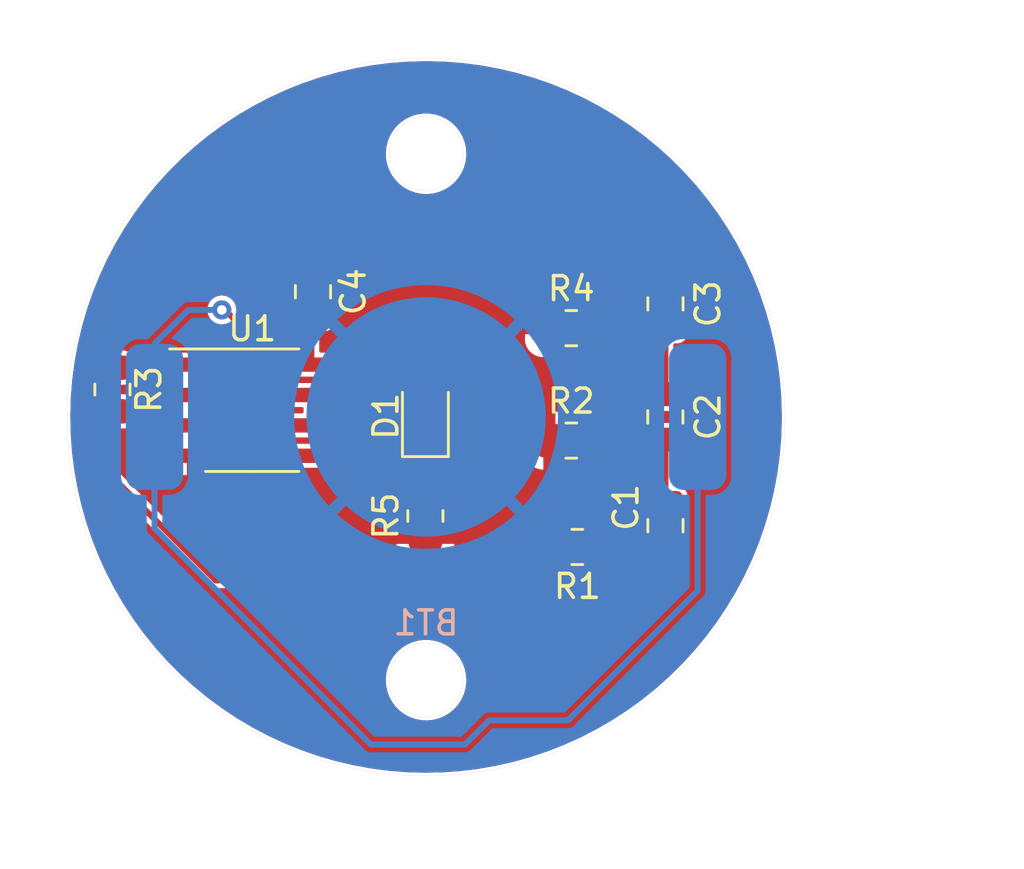
<source format=kicad_pcb>
(kicad_pcb (version 20211014) (generator pcbnew)
  (layers (0 "F.Cu" signal) (31 "B.Cu" signal) (34 "B.Paste" user) (35 "F.Paste" user) (36 "B.SilkS" user "B.Silkscreen") (37 "F.SilkS" user "F.Silkscreen") (38 "B.Mask" user) (39 "F.Mask" user) (44 "Edge.Cuts" user))
  (net 0 "")
  (net 1 "Net-(BT1-Pad1)")
  (net 2 "GND")
  (net 3 "Net-(C1-Pad1)")
  (net 4 "Net-(C1-Pad2)")
  (net 5 "Net-(C2-Pad2)")
  (net 6 "Net-(C3-Pad2)")
  (net 7 "Net-(D1-Pad1)")
  (net 8 "Net-(D1-Pad2)")
  (net 9 "Net-(R1-Pad2)")
  (footprint "Resistor_SMD:R_0805_2012Metric" (layer "F.Cu") (at 36.322 35.433 180)
    (fp_text reference "R1" (at 0 -1.65) (layer "F.SilkS"))
    (fp_text value "100k")
    (fp_line (start -0.227064 0.735) (end 0.227064 0.735) (layer "F.SilkS") (width 0.12))
    (fp_line (start -0.227064 -0.735) (end 0.227064 -0.735) (layer "F.SilkS") (width 0.12))
    (pad "1" smd roundrect (at -0.9125 0 180) (size 1.025 1.4) (layers "F.Cu" "F.Paste" "F.Mask") (roundrect_rratio 0.243902) (net 3 "Net-(C1-Pad1)"))
    (pad "2" smd roundrect (at 0.9125 0 180) (size 1.025 1.4) (layers "F.Cu" "F.Paste" "F.Mask") (roundrect_rratio 0.243902) (net 9 "Net-(R1-Pad2)"))
  )
  (footprint "Package_SO:SOIC-8_3.9x4.9mm_P1.27mm" (layer "F.Cu") (at 22.733 29.718)
    (fp_text reference "U1" (at 0 -3.4) (layer "F.SilkS"))
    (fp_text value "LM358")
    (fp_line (start 0 2.56) (end 1.95 2.56) (layer "F.SilkS") (width 0.12))
    (fp_line (start 0 -2.56) (end -3.45 -2.56) (layer "F.SilkS") (width 0.12))
    (fp_line (start 0 -2.56) (end 1.95 -2.56) (layer "F.SilkS") (width 0.12))
    (fp_line (start 0 2.56) (end -1.95 2.56) (layer "F.SilkS") (width 0.12))
    (pad "1" smd roundrect (at -2.475 -1.905) (size 1.95 0.6) (layers "F.Cu" "F.Paste" "F.Mask") (net 6 "Net-(C3-Pad2)"))
    (pad "2" smd roundrect (at -2.475 -0.635) (size 1.95 0.6) (layers "F.Cu" "F.Paste" "F.Mask") (net 2 "GND"))
    (pad "3" smd roundrect (at -2.475 0.635) (size 1.95 0.6) (layers "F.Cu" "F.Paste" "F.Mask") (net 9 "Net-(R1-Pad2)"))
    (pad "4" smd roundrect (at -2.475 1.905) (size 1.95 0.6) (layers "F.Cu" "F.Paste" "F.Mask") (net 2 "GND"))
    (pad "5" smd roundrect (at 2.475 1.905) (size 1.95 0.6) (layers "F.Cu" "F.Paste" "F.Mask") (net 6 "Net-(C3-Pad2)"))
    (pad "6" smd roundrect (at 2.475 0.635) (size 1.95 0.6) (layers "F.Cu" "F.Paste" "F.Mask") (net 8 "Net-(D1-Pad2)"))
    (pad "7" smd roundrect (at 2.475 -0.635) (size 1.95 0.6) (layers "F.Cu" "F.Paste" "F.Mask") (net 8 "Net-(D1-Pad2)"))
    (pad "8" smd roundrect (at 2.475 -1.905) (size 1.95 0.6) (layers "F.Cu" "F.Paste" "F.Mask") (net 1 "Net-(BT1-Pad1)"))
  )
  (footprint "LED_SMD:LED_0805_2012Metric" (layer "F.Cu") (at 29.972 29.972 90)
    (fp_text reference "D1" (at 0 -1.65 90) (layer "F.SilkS"))
    (fp_text value "LED")
    (fp_line (start 1 -0.96) (end -1.685 -0.96) (layer "F.SilkS") (width 0.12))
    (fp_line (start -1.685 -0.96) (end -1.685 0.96) (layer "F.SilkS") (width 0.12))
    (fp_line (start -1.685 0.96) (end 1 0.96) (layer "F.SilkS") (width 0.12))
    (pad "1" smd roundrect (at -0.9375 0 90) (size 0.975 1.4) (layers "F.Cu" "F.Paste" "F.Mask") (net 7 "Net-(D1-Pad1)"))
    (pad "2" smd roundrect (at 0.9375 0 90) (size 0.975 1.4) (layers "F.Cu" "F.Paste" "F.Mask") (net 8 "Net-(D1-Pad2)"))
  )
  (footprint "Resistor_SMD:R_0805_2012Metric" (layer "F.Cu") (at 29.972 34.1395 90)
    (fp_text reference "R5" (at 0 -1.65 90) (layer "F.SilkS"))
    (fp_text value "1k")
    (fp_line (start -0.227064 0.735) (end 0.227064 0.735) (layer "F.SilkS") (width 0.12))
    (fp_line (start -0.227064 -0.735) (end 0.227064 -0.735) (layer "F.SilkS") (width 0.12))
    (pad "1" smd roundrect (at -0.9125 0 90) (size 1.025 1.4) (layers "F.Cu" "F.Paste" "F.Mask") (roundrect_rratio 0.243902) (net 2 "GND"))
    (pad "2" smd roundrect (at 0.9125 0 90) (size 1.025 1.4) (layers "F.Cu" "F.Paste" "F.Mask") (roundrect_rratio 0.243902) (net 7 "Net-(D1-Pad1)"))
  )
  (footprint "Resistor_SMD:R_0805_2012Metric" (layer "F.Cu") (at 36.068 30.988)
    (fp_text reference "R2" (at 0 -1.65) (layer "F.SilkS"))
    (fp_text value "100k")
    (fp_line (start -0.227064 -0.735) (end 0.227064 -0.735) (layer "F.SilkS") (width 0.12))
    (fp_line (start -0.227064 0.735) (end 0.227064 0.735) (layer "F.SilkS") (width 0.12))
    (pad "1" smd roundrect (at -0.9125 0) (size 1.025 1.4) (layers "F.Cu" "F.Paste" "F.Mask") (roundrect_rratio 0.243902) (net 2 "GND"))
    (pad "2" smd roundrect (at 0.9125 0) (size 1.025 1.4) (layers "F.Cu" "F.Paste" "F.Mask") (roundrect_rratio 0.243902) (net 4 "Net-(C1-Pad2)"))
  )
  (footprint "Capacitor_SMD:C_0805_2012Metric" (layer "F.Cu") (at 40.005 34.544 90)
    (fp_text reference "C1" (at 0.762 -1.651 90) (layer "F.SilkS"))
    (fp_text value "1u")
    (fp_line (start -0.261252 0.735) (end 0.261252 0.735) (layer "F.SilkS") (width 0.12))
    (fp_line (start -0.261252 -0.735) (end 0.261252 -0.735) (layer "F.SilkS") (width 0.12))
    (pad "1" smd roundrect (at -0.95 0 90) (size 1 1.45) (layers "F.Cu" "F.Paste" "F.Mask") (net 3 "Net-(C1-Pad1)"))
    (pad "2" smd roundrect (at 0.95 0 90) (size 1 1.45) (layers "F.Cu" "F.Paste" "F.Mask") (net 4 "Net-(C1-Pad2)"))
  )
  (footprint "Capacitor_SMD:C_0805_2012Metric" (layer "F.Cu") (at 40 30 90)
    (fp_text reference "C2" (at 0 1.783 90) (layer "F.SilkS"))
    (fp_text value "1u")
    (fp_line (start -0.261252 0.735) (end 0.261252 0.735) (layer "F.SilkS") (width 0.12))
    (fp_line (start -0.261252 -0.735) (end 0.261252 -0.735) (layer "F.SilkS") (width 0.12))
    (pad "1" smd roundrect (at -0.95 0 90) (size 1 1.45) (layers "F.Cu" "F.Paste" "F.Mask") (net 4 "Net-(C1-Pad2)"))
    (pad "2" smd roundrect (at 0.95 0 90) (size 1 1.45) (layers "F.Cu" "F.Paste" "F.Mask") (net 5 "Net-(C2-Pad2)"))
  )
  (footprint "Capacitor_SMD:C_0805_2012Metric" (layer "F.Cu") (at 40.005 25.273 90)
    (fp_text reference "C3" (at 0 1.778 90) (layer "F.SilkS"))
    (fp_text value "1u")
    (fp_line (start -0.261252 -0.735) (end 0.261252 -0.735) (layer "F.SilkS") (width 0.12))
    (fp_line (start -0.261252 0.735) (end 0.261252 0.735) (layer "F.SilkS") (width 0.12))
    (pad "1" smd roundrect (at -0.95 0 90) (size 1 1.45) (layers "F.Cu" "F.Paste" "F.Mask") (net 5 "Net-(C2-Pad2)"))
    (pad "2" smd roundrect (at 0.95 0 90) (size 1 1.45) (layers "F.Cu" "F.Paste" "F.Mask") (net 6 "Net-(C3-Pad2)"))
  )
  (footprint "Capacitor_SMD:C_0805_2012Metric" (layer "F.Cu") (at 25.273 24.765 -90)
    (fp_text reference "C4" (at 0 -1.68 90) (layer "F.SilkS"))
    (fp_text value "100n")
    (fp_line (start -0.261252 0.735) (end 0.261252 0.735) (layer "F.SilkS") (width 0.12))
    (fp_line (start -0.261252 -0.735) (end 0.261252 -0.735) (layer "F.SilkS") (width 0.12))
    (pad "1" smd roundrect (at -0.95 0 270) (size 1 1.45) (layers "F.Cu" "F.Paste" "F.Mask") (net 2 "GND"))
    (pad "2" smd roundrect (at 0.95 0 270) (size 1 1.45) (layers "F.Cu" "F.Paste" "F.Mask") (net 1 "Net-(BT1-Pad1)"))
  )
  (footprint "Resistor_SMD:R_0805_2012Metric" (layer "F.Cu") (at 16.891 28.8525 -90)
    (fp_text reference "R3" (at 0 -1.524 90) (layer "F.SilkS"))
    (fp_text value "3M")
    (fp_line (start -0.227064 0.735) (end 0.227064 0.735) (layer "F.SilkS") (width 0.12))
    (fp_line (start -0.227064 -0.735) (end 0.227064 -0.735) (layer "F.SilkS") (width 0.12))
    (pad "1" smd roundrect (at -0.9125 0 270) (size 1.025 1.4) (layers "F.Cu" "F.Paste" "F.Mask") (roundrect_rratio 0.243902) (net 6 "Net-(C3-Pad2)"))
    (pad "2" smd roundrect (at 0.9125 0 270) (size 1.025 1.4) (layers "F.Cu" "F.Paste" "F.Mask") (roundrect_rratio 0.243902) (net 9 "Net-(R1-Pad2)"))
  )
  (footprint "Resistor_SMD:R_0805_2012Metric" (layer "F.Cu") (at 36.068 26.289)
    (fp_text reference "R4" (at 0 -1.65) (layer "F.SilkS"))
    (fp_text value "100k")
    (fp_line (start -0.227064 -0.735) (end 0.227064 -0.735) (layer "F.SilkS") (width 0.12))
    (fp_line (start -0.227064 0.735) (end 0.227064 0.735) (layer "F.SilkS") (width 0.12))
    (pad "1" smd roundrect (at -0.9125 0) (size 1.025 1.4) (layers "F.Cu" "F.Paste" "F.Mask") (roundrect_rratio 0.243902) (net 2 "GND"))
    (pad "2" smd roundrect (at 0.9125 0) (size 1.025 1.4) (layers "F.Cu" "F.Paste" "F.Mask") (roundrect_rratio 0.243902) (net 5 "Net-(C2-Pad2)"))
  )
  (footprint "Battery_Adam_Tech:Battery_Adam_Tech_BH-67D-5" (layer "B.Cu") (at 30 30 180)
    (fp_text reference "BT1" (at 0 -8.608 unlocked) (layer "B.SilkS") (effects (justify mirror)))
    (fp_text value "Battery_Cell")
    (pad "1" smd roundrect (at -11.35 0 180) (size 2.4 6.1) (layers "B.Cu" "B.Paste" "B.Mask") (net 1 "Net-(BT1-Pad1)"))
    (pad "1" smd roundrect (at 11.35 0 180) (size 2.4 6.1) (layers "B.Cu" "B.Paste" "B.Mask") (net 1 "Net-(BT1-Pad1)"))
    (pad "2" smd circle (at 0 0 180) (size 10 10) (layers "B.Cu" "B.Paste" "B.Mask") (net 2 "GND"))
  )
  (gr_circle (center 30 19) (end 31.55 19) (layer "Edge.Cuts") (width 0.01) (fill none))
  (gr_circle (center 30 30) (end 45 30) (layer "Edge.Cuts") (width 0.01) (fill none))
  (gr_circle (center 30 41) (end 31.55 41) (layer "Edge.Cuts") (width 0.01) (fill none))
  (segment (start 25.273 25.715) (end 25.208 25.78) (width 0.25) (layer "F.Cu") (net 1))
  (segment (start 23.876 27.813) (end 25.208 27.813) (width 0.25) (layer "F.Cu") (net 1))
  (segment (start 21.463 25.527) (end 21.59 25.527) (width 0.25) (layer "F.Cu") (net 1))
  (segment (start 21.59 25.527) (end 23.876 27.813) (width 0.25) (layer "F.Cu") (net 1))
  (segment (start 25.208 25.78) (end 25.208 27.813) (width 0.25) (layer "F.Cu") (net 1))
  (via (at 21.463 25.527) (size 0.8) (drill 0.4) (layers "F.Cu" "B.Cu") (net 1))
  (segment (start 41.35 37.263) (end 35.931408 42.681592) (width 0.25) (layer "B.Cu") (net 1))
  (segment (start 20.066 25.527) (end 18.669 26.924) (width 0.25) (layer "B.Cu") (net 1))
  (segment (start 27.686 43.688) (end 18.65 34.652) (width 0.25) (layer "B.Cu") (net 1))
  (segment (start 41.35 30) (end 41.35 37.263) (width 0.25) (layer "B.Cu") (net 1))
  (segment (start 31.623 43.688) (end 27.686 43.688) (width 0.25) (layer "B.Cu") (net 1))
  (segment (start 18.65 34.652) (end 18.65 30) (width 0.25) (layer "B.Cu") (net 1))
  (segment (start 18.669 26.924) (end 18.669 29.981) (width 0.25) (layer "B.Cu") (net 1))
  (segment (start 21.463 25.527) (end 20.066 25.527) (width 0.25) (layer "B.Cu") (net 1))
  (segment (start 32.629408 42.681592) (end 31.623 43.688) (width 0.25) (layer "B.Cu") (net 1))
  (segment (start 35.931408 42.681592) (end 32.629408 42.681592) (width 0.25) (layer "B.Cu") (net 1))
  (segment (start 18.669 29.981) (end 18.65 30) (width 0.25) (layer "B.Cu") (net 1))
  (segment (start 37.2955 35.494) (end 40.005 35.494) (width 0.25) (layer "F.Cu") (net 3))
  (segment (start 37.2345 35.433) (end 37.2955 35.494) (width 0.25) (layer "F.Cu") (net 3))
  (segment (start 39.962 30.988) (end 40 30.95) (width 0.25) (layer "F.Cu") (net 4))
  (segment (start 36.9805 30.988) (end 39.962 30.988) (width 0.25) (layer "F.Cu") (net 4))
  (segment (start 40.005 30.955) (end 40 30.95) (width 0.25) (layer "F.Cu") (net 4))
  (segment (start 40.005 33.594) (end 40.005 30.955) (width 0.25) (layer "F.Cu") (net 4))
  (segment (start 36.9805 26.289) (end 39.939 26.289) (width 0.25) (layer "F.Cu") (net 5))
  (segment (start 40.005 26.223) (end 40.005 29.045) (width 0.25) (layer "F.Cu") (net 5))
  (segment (start 39.939 26.289) (end 40.005 26.223) (width 0.25) (layer "F.Cu") (net 5))
  (segment (start 40.005 29.045) (end 40 29.05) (width 0.25) (layer "F.Cu") (net 5))
  (segment (start 20.258 27.813) (end 21.717 27.813) (width 0.25) (layer "F.Cu") (net 6))
  (segment (start 16.891 27.94) (end 17.018 27.813) (width 0.25) (layer "F.Cu") (net 6))
  (segment (start 17.018 27.813) (end 20.258 27.813) (width 0.25) (layer "F.Cu") (net 6))
  (segment (start 16.891 27.94) (end 16.891 26.035) (width 0.25) (layer "F.Cu") (net 6))
  (segment (start 23.749 31.623) (end 25.208 31.623) (width 0.25) (layer "F.Cu") (net 6))
  (segment (start 20.955 21.971) (end 39.243 21.971) (width 0.25) (layer "F.Cu") (net 6))
  (segment (start 16.891 26.035) (end 20.955 21.971) (width 0.25) (layer "F.Cu") (net 6))
  (segment (start 21.717 27.813) (end 22.86 28.956) (width 0.25) (layer "F.Cu") (net 6))
  (segment (start 40.005 22.733) (end 40.005 24.323) (width 0.25) (layer "F.Cu") (net 6))
  (segment (start 22.86 30.734) (end 23.749 31.623) (width 0.25) (layer "F.Cu") (net 6))
  (segment (start 39.243 21.971) (end 40.005 22.733) (width 0.25) (layer "F.Cu") (net 6))
  (segment (start 22.86 28.956) (end 22.86 30.734) (width 0.25) (layer "F.Cu") (net 6))
  (segment (start 29.972 33.227) (end 29.972 30.9095) (width 0.25) (layer "F.Cu") (net 7))
  (segment (start 27.559 29.083) (end 25.208 29.083) (width 0.25) (layer "F.Cu") (net 8))
  (segment (start 27.6075 29.0345) (end 27.559 29.083) (width 0.25) (layer "F.Cu") (net 8))
  (segment (start 29.972 29.0345) (end 27.6075 29.0345) (width 0.25) (layer "F.Cu") (net 8))
  (segment (start 25.208 29.083) (end 25.208 30.353) (width 0.25) (layer "F.Cu") (net 8))
  (segment (start 33.401 35.433) (end 35.4095 35.433) (width 0.25) (layer "F.Cu") (net 9))
  (segment (start 16.891 29.765) (end 16.891 32.512) (width 0.25) (layer "F.Cu") (net 9))
  (segment (start 32.004 36.83) (end 33.401 35.433) (width 0.25) (layer "F.Cu") (net 9))
  (segment (start 18.208 29.765) (end 16.891 29.765) (width 0.25) (layer "F.Cu") (net 9))
  (segment (start 21.209 36.83) (end 32.004 36.83) (width 0.25) (layer "F.Cu") (net 9))
  (segment (start 20.258 30.353) (end 18.796 30.353) (width 0.25) (layer "F.Cu") (net 9))
  (segment (start 16.891 32.512) (end 21.209 36.83) (width 0.25) (layer "F.Cu") (net 9))
  (segment (start 18.796 30.353) (end 18.208 29.765) (width 0.25) (layer "F.Cu") (net 9))
  (zone (net 2) (net_name "GND") (layers F&B.Cu) (connect_pads (clearance 0.13)) (min_thickness 0.13) (fill yes (thermal_gap 0.508) (thermal_bridge_width 0.508))
    (polygon (pts (xy 43.942 15.748) (xy 54.991 42.545) (xy 40.005 48.895) (xy 16.129 43.942) (xy 12.192 19.685) (xy 16.002 14.351) (xy 30.861 12.573)))
  )
)
</source>
